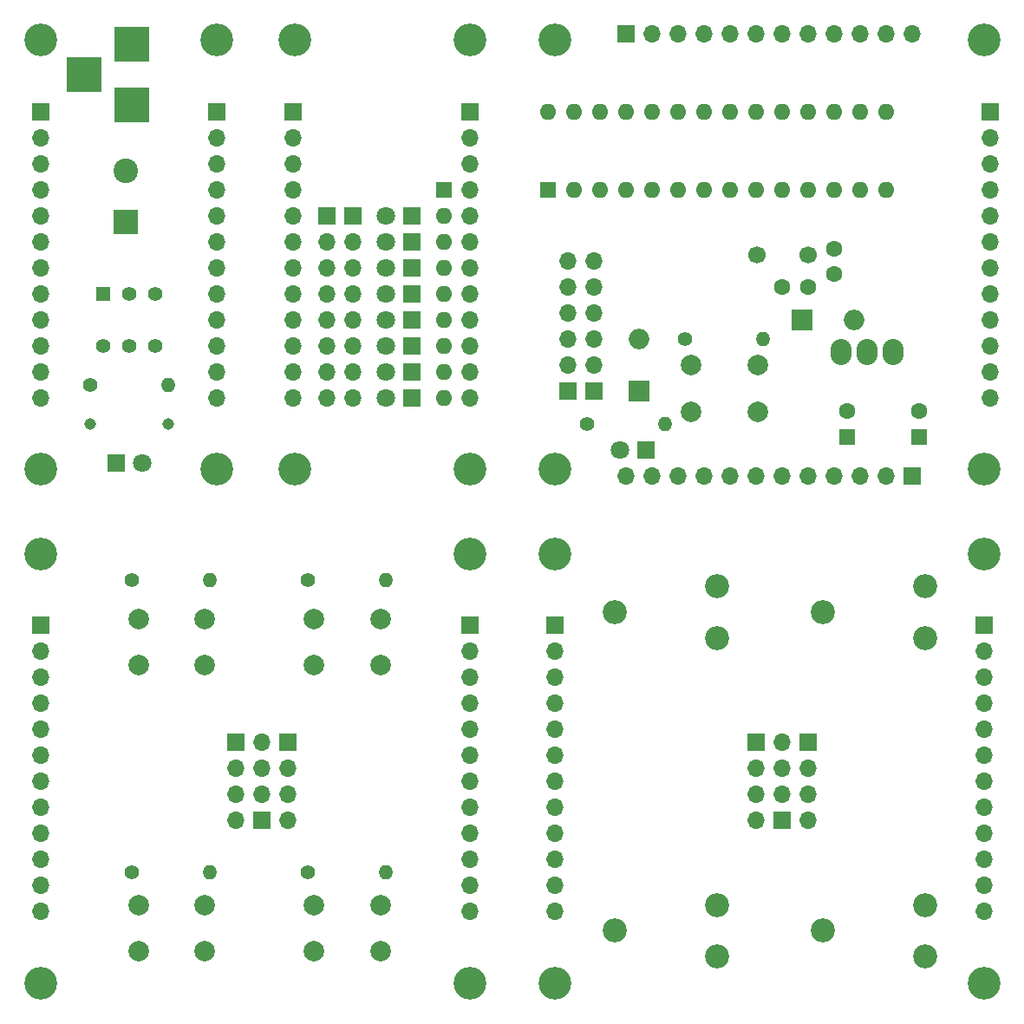
<source format=gbr>
G04 #@! TF.FileFunction,Soldermask,Bot*
%FSLAX46Y46*%
G04 Gerber Fmt 4.6, Leading zero omitted, Abs format (unit mm)*
G04 Created by KiCad (PCBNEW 4.0.7+dfsg1-1~bpo9+1) date Thu Apr  5 11:27:44 2018*
%MOMM*%
%LPD*%
G01*
G04 APERTURE LIST*
%ADD10C,0.100000*%
%ADD11R,3.500000X3.500000*%
%ADD12C,3.200000*%
%ADD13R,1.700000X1.700000*%
%ADD14O,1.700000X1.700000*%
%ADD15R,1.800000X1.800000*%
%ADD16C,1.800000*%
%ADD17R,1.600000X1.600000*%
%ADD18O,1.600000X1.600000*%
%ADD19C,1.400000*%
%ADD20O,1.400000X1.400000*%
%ADD21R,1.400000X1.400000*%
%ADD22C,1.143000*%
%ADD23R,2.400000X2.400000*%
%ADD24C,2.400000*%
%ADD25C,1.700000*%
%ADD26C,1.600000*%
%ADD27C,2.000000*%
%ADD28O,2.032000X2.540000*%
%ADD29R,2.000000X2.000000*%
%ADD30O,2.000000X2.000000*%
%ADD31C,2.340000*%
G04 APERTURE END LIST*
D10*
D11*
X137160000Y-92710000D03*
X137160000Y-86710000D03*
X132460000Y-89710000D03*
D12*
X128270000Y-128270000D03*
X145415000Y-128270000D03*
X128270000Y-86360000D03*
X170180000Y-86360000D03*
X170180000Y-128270000D03*
D13*
X128270000Y-93345000D03*
D14*
X128270000Y-95885000D03*
X128270000Y-98425000D03*
X128270000Y-100965000D03*
X128270000Y-103505000D03*
X128270000Y-106045000D03*
X128270000Y-108585000D03*
X128270000Y-111125000D03*
X128270000Y-113665000D03*
X128270000Y-116205000D03*
X128270000Y-118745000D03*
X128270000Y-121285000D03*
D13*
X145415000Y-93345000D03*
D14*
X145415000Y-95885000D03*
X145415000Y-98425000D03*
X145415000Y-100965000D03*
X145415000Y-103505000D03*
X145415000Y-106045000D03*
X145415000Y-108585000D03*
X145415000Y-111125000D03*
X145415000Y-113665000D03*
X145415000Y-116205000D03*
X145415000Y-118745000D03*
X145415000Y-121285000D03*
D12*
X145415000Y-86360000D03*
X153035000Y-86360000D03*
X153035000Y-128270000D03*
D15*
X164465000Y-103505000D03*
D16*
X161925000Y-103505000D03*
D15*
X164465000Y-106045000D03*
D16*
X161925000Y-106045000D03*
D15*
X164465000Y-108585000D03*
D16*
X161925000Y-108585000D03*
D15*
X164465000Y-111125000D03*
D16*
X161925000Y-111125000D03*
D15*
X164465000Y-113665000D03*
D16*
X161925000Y-113665000D03*
D15*
X164465000Y-116205000D03*
D16*
X161925000Y-116205000D03*
D15*
X164465000Y-118745000D03*
D16*
X161925000Y-118745000D03*
D15*
X164465000Y-121285000D03*
D16*
X161925000Y-121285000D03*
D13*
X158750000Y-103505000D03*
D14*
X158750000Y-106045000D03*
X158750000Y-108585000D03*
X158750000Y-111125000D03*
X158750000Y-113665000D03*
X158750000Y-116205000D03*
X158750000Y-118745000D03*
X158750000Y-121285000D03*
D13*
X156210000Y-103505000D03*
D14*
X156210000Y-106045000D03*
X156210000Y-108585000D03*
X156210000Y-111125000D03*
X156210000Y-113665000D03*
X156210000Y-116205000D03*
X156210000Y-118745000D03*
X156210000Y-121285000D03*
D13*
X152908000Y-93345000D03*
D14*
X152908000Y-95885000D03*
X152908000Y-98425000D03*
X152908000Y-100965000D03*
X152908000Y-103505000D03*
X152908000Y-106045000D03*
X152908000Y-108585000D03*
X152908000Y-111125000D03*
X152908000Y-113665000D03*
X152908000Y-116205000D03*
X152908000Y-118745000D03*
X152908000Y-121285000D03*
D13*
X170180000Y-93345000D03*
D14*
X170180000Y-95885000D03*
X170180000Y-98425000D03*
X170180000Y-100965000D03*
X170180000Y-103505000D03*
X170180000Y-106045000D03*
X170180000Y-108585000D03*
X170180000Y-111125000D03*
X170180000Y-113665000D03*
X170180000Y-116205000D03*
X170180000Y-118745000D03*
X170180000Y-121285000D03*
D17*
X167640000Y-100965000D03*
D18*
X167640000Y-103505000D03*
X167640000Y-106045000D03*
X167640000Y-108585000D03*
X167640000Y-111125000D03*
X167640000Y-113665000D03*
X167640000Y-116205000D03*
X167640000Y-118745000D03*
X167640000Y-121285000D03*
D15*
X135636000Y-127635000D03*
D16*
X138176000Y-127635000D03*
D19*
X133096000Y-120015000D03*
D20*
X140716000Y-120015000D03*
D21*
X134366000Y-111125000D03*
D19*
X136906000Y-111125000D03*
X139446000Y-111125000D03*
X134366000Y-116205000D03*
X136906000Y-116205000D03*
X139446000Y-116205000D03*
D22*
X140716000Y-123825000D03*
X133096000Y-123825000D03*
D23*
X136525000Y-104140000D03*
D24*
X136525000Y-99140000D03*
D13*
X185420000Y-85725000D03*
D14*
X187960000Y-85725000D03*
X190500000Y-85725000D03*
X193040000Y-85725000D03*
X195580000Y-85725000D03*
X198120000Y-85725000D03*
X200660000Y-85725000D03*
X203200000Y-85725000D03*
X205740000Y-85725000D03*
X208280000Y-85725000D03*
X210820000Y-85725000D03*
X213360000Y-85725000D03*
D17*
X177800000Y-100965000D03*
D18*
X210820000Y-93345000D03*
X180340000Y-100965000D03*
X208280000Y-93345000D03*
X182880000Y-100965000D03*
X205740000Y-93345000D03*
X185420000Y-100965000D03*
X203200000Y-93345000D03*
X187960000Y-100965000D03*
X200660000Y-93345000D03*
X190500000Y-100965000D03*
X198120000Y-93345000D03*
X193040000Y-100965000D03*
X195580000Y-93345000D03*
X195580000Y-100965000D03*
X193040000Y-93345000D03*
X198120000Y-100965000D03*
X190500000Y-93345000D03*
X200660000Y-100965000D03*
X187960000Y-93345000D03*
X203200000Y-100965000D03*
X185420000Y-93345000D03*
X205740000Y-100965000D03*
X182880000Y-93345000D03*
X208280000Y-100965000D03*
X180340000Y-93345000D03*
X210820000Y-100965000D03*
X177800000Y-93345000D03*
D25*
X203200000Y-107315000D03*
X198200000Y-107315000D03*
D26*
X200660000Y-110490000D03*
X203160000Y-110490000D03*
X205740000Y-109220000D03*
X205740000Y-106720000D03*
D13*
X182245000Y-120650000D03*
D14*
X182245000Y-118110000D03*
X182245000Y-115570000D03*
X182245000Y-113030000D03*
X182245000Y-110490000D03*
X182245000Y-107950000D03*
D13*
X220980000Y-93345000D03*
D14*
X220980000Y-95885000D03*
X220980000Y-98425000D03*
X220980000Y-100965000D03*
X220980000Y-103505000D03*
X220980000Y-106045000D03*
X220980000Y-108585000D03*
X220980000Y-111125000D03*
X220980000Y-113665000D03*
X220980000Y-116205000D03*
X220980000Y-118745000D03*
X220980000Y-121285000D03*
D13*
X213360000Y-128905000D03*
D14*
X210820000Y-128905000D03*
X208280000Y-128905000D03*
X205740000Y-128905000D03*
X203200000Y-128905000D03*
X200660000Y-128905000D03*
X198120000Y-128905000D03*
X195580000Y-128905000D03*
X193040000Y-128905000D03*
X190500000Y-128905000D03*
X187960000Y-128905000D03*
X185420000Y-128905000D03*
D12*
X220345000Y-86360000D03*
X220345000Y-128270000D03*
X178435000Y-128270000D03*
X178435000Y-86360000D03*
D17*
X213995000Y-125095000D03*
D26*
X213995000Y-122595000D03*
D17*
X207010000Y-125095000D03*
D26*
X207010000Y-122595000D03*
D19*
X181610000Y-123825000D03*
D20*
X189230000Y-123825000D03*
D19*
X191135000Y-115570000D03*
D20*
X198755000Y-115570000D03*
D27*
X191770000Y-122610000D03*
X191770000Y-118110000D03*
X198270000Y-122610000D03*
X198270000Y-118110000D03*
D28*
X208915000Y-116840000D03*
X206375000Y-116840000D03*
X211455000Y-116840000D03*
D15*
X187325000Y-126365000D03*
D16*
X184785000Y-126365000D03*
D29*
X186690000Y-120650000D03*
D30*
X186690000Y-115570000D03*
D29*
X202565000Y-113665000D03*
D30*
X207645000Y-113665000D03*
D13*
X179705000Y-120650000D03*
D14*
X179705000Y-118110000D03*
X179705000Y-115570000D03*
X179705000Y-113030000D03*
X179705000Y-110490000D03*
X179705000Y-107950000D03*
D13*
X203200000Y-154940000D03*
D14*
X203200000Y-157480000D03*
X203200000Y-160020000D03*
X203200000Y-162560000D03*
D27*
X154940000Y-175315000D03*
X154940000Y-170815000D03*
X161440000Y-175315000D03*
X161440000Y-170815000D03*
D12*
X178435000Y-136525000D03*
X128270000Y-178435000D03*
X220345000Y-178435000D03*
X128270000Y-136525000D03*
X170180000Y-136525000D03*
X170180000Y-178435000D03*
X220345000Y-136525000D03*
X178435000Y-178435000D03*
D13*
X128270000Y-143510000D03*
D14*
X128270000Y-146050000D03*
X128270000Y-148590000D03*
X128270000Y-151130000D03*
X128270000Y-153670000D03*
X128270000Y-156210000D03*
X128270000Y-158750000D03*
X128270000Y-161290000D03*
X128270000Y-163830000D03*
X128270000Y-166370000D03*
X128270000Y-168910000D03*
X128270000Y-171450000D03*
D13*
X178435000Y-143510000D03*
D14*
X178435000Y-146050000D03*
X178435000Y-148590000D03*
X178435000Y-151130000D03*
X178435000Y-153670000D03*
X178435000Y-156210000D03*
X178435000Y-158750000D03*
X178435000Y-161290000D03*
X178435000Y-163830000D03*
X178435000Y-166370000D03*
X178435000Y-168910000D03*
X178435000Y-171450000D03*
D13*
X170180000Y-143510000D03*
D14*
X170180000Y-146050000D03*
X170180000Y-148590000D03*
X170180000Y-151130000D03*
X170180000Y-153670000D03*
X170180000Y-156210000D03*
X170180000Y-158750000D03*
X170180000Y-161290000D03*
X170180000Y-163830000D03*
X170180000Y-166370000D03*
X170180000Y-168910000D03*
X170180000Y-171450000D03*
D13*
X220345000Y-143510000D03*
D14*
X220345000Y-146050000D03*
X220345000Y-148590000D03*
X220345000Y-151130000D03*
X220345000Y-153670000D03*
X220345000Y-156210000D03*
X220345000Y-158750000D03*
X220345000Y-161290000D03*
X220345000Y-163830000D03*
X220345000Y-166370000D03*
X220345000Y-168910000D03*
X220345000Y-171450000D03*
D31*
X194310000Y-144700000D03*
X184310000Y-142200000D03*
X194310000Y-139700000D03*
X214630000Y-144700000D03*
X204630000Y-142200000D03*
X214630000Y-139700000D03*
X194310000Y-175815000D03*
X184310000Y-173315000D03*
X194310000Y-170815000D03*
X214630000Y-175815000D03*
X204630000Y-173315000D03*
X214630000Y-170815000D03*
D13*
X198120000Y-154940000D03*
D14*
X198120000Y-157480000D03*
X198120000Y-160020000D03*
X198120000Y-162560000D03*
D13*
X152400000Y-154940000D03*
D14*
X152400000Y-157480000D03*
X152400000Y-160020000D03*
X152400000Y-162560000D03*
D13*
X147320000Y-154940000D03*
D14*
X147320000Y-157480000D03*
X147320000Y-160020000D03*
X147320000Y-162560000D03*
D13*
X200660000Y-162560000D03*
D14*
X200660000Y-160020000D03*
X200660000Y-157480000D03*
X200660000Y-154940000D03*
D13*
X149860000Y-162560000D03*
D14*
X149860000Y-160020000D03*
X149860000Y-157480000D03*
X149860000Y-154940000D03*
D19*
X137160000Y-139065000D03*
D20*
X144780000Y-139065000D03*
D19*
X154305000Y-139065000D03*
D20*
X161925000Y-139065000D03*
D19*
X137160000Y-167640000D03*
D20*
X144780000Y-167640000D03*
D19*
X154305000Y-167640000D03*
D20*
X161925000Y-167640000D03*
D27*
X137795000Y-147375000D03*
X137795000Y-142875000D03*
X144295000Y-147375000D03*
X144295000Y-142875000D03*
X154940000Y-147375000D03*
X154940000Y-142875000D03*
X161440000Y-147375000D03*
X161440000Y-142875000D03*
X137795000Y-175315000D03*
X137795000Y-170815000D03*
X144295000Y-175315000D03*
X144295000Y-170815000D03*
M02*

</source>
